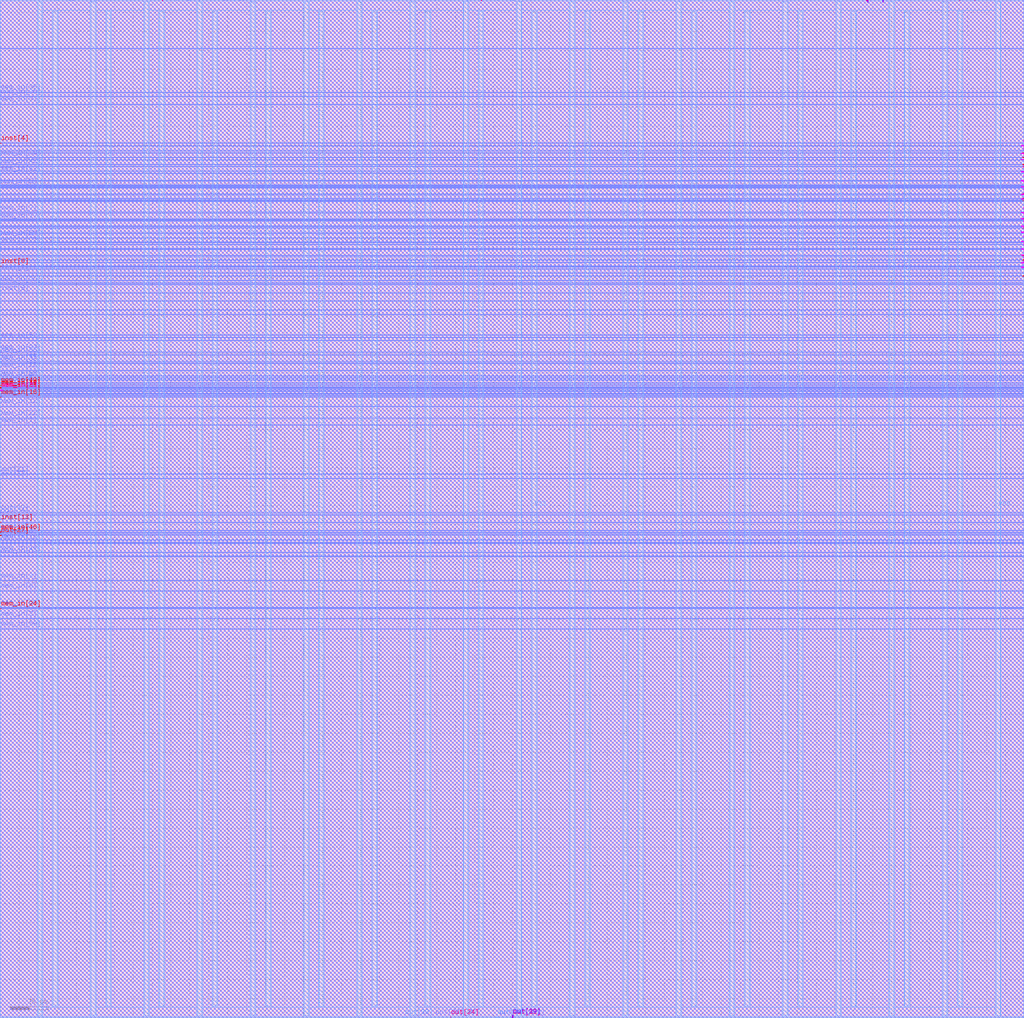
<source format=lef>
##
## LEF for PtnCells ;
## created by Innovus v15.23-s045_1 on Sat Mar  8 23:58:31 2025
##

VERSION 5.8 ;

BUSBITCHARS "[]" ;
DIVIDERCHAR "/" ;

MACRO fullchip
  CLASS BLOCK ;
  SIZE 539.6000 BY 536.6000 ;
  FOREIGN fullchip 0.0000 0.0000 ;
  ORIGIN 0 0 ;
  SYMMETRY X Y R90 ;
  PIN clk
    DIRECTION INPUT ;
    USE SIGNAL ;
    PORT
      LAYER M2 ;
        RECT 281.8500 536.0800 281.9500 536.6000 ;
    END
  END clk
  PIN mem_in[63]
    DIRECTION INPUT ;
    USE SIGNAL ;
    PORT
      LAYER M3 ;
        RECT 0.0000 407.5500 0.5200 407.6500 ;
    END
  END mem_in[63]
  PIN mem_in[62]
    DIRECTION INPUT ;
    USE SIGNAL ;
    PORT
      LAYER M3 ;
        RECT 0.0000 444.9500 0.5200 445.0500 ;
    END
  END mem_in[62]
  PIN mem_in[61]
    DIRECTION INPUT ;
    USE SIGNAL ;
    PORT
      LAYER M2 ;
        RECT 126.4500 536.0800 126.5500 536.6000 ;
    END
  END mem_in[61]
  PIN mem_in[60]
    DIRECTION INPUT ;
    USE SIGNAL ;
    PORT
      LAYER M3 ;
        RECT 0.0000 337.1500 0.5200 337.2500 ;
    END
  END mem_in[60]
  PIN mem_in[59]
    DIRECTION INPUT ;
    USE SIGNAL ;
    PORT
      LAYER M2 ;
        RECT 85.4500 536.0800 85.5500 536.6000 ;
    END
  END mem_in[59]
  PIN mem_in[58]
    DIRECTION INPUT ;
    USE SIGNAL ;
    PORT
      LAYER M3 ;
        RECT 0.0000 204.9500 0.5200 205.0500 ;
    END
  END mem_in[58]
  PIN mem_in[57]
    DIRECTION INPUT ;
    USE SIGNAL ;
    PORT
      LAYER M2 ;
        RECT 117.8500 536.0800 117.9500 536.6000 ;
    END
  END mem_in[57]
  PIN mem_in[56]
    DIRECTION INPUT ;
    USE SIGNAL ;
    PORT
      LAYER M3 ;
        RECT 0.0000 349.3500 0.5200 349.4500 ;
    END
  END mem_in[56]
  PIN mem_in[55]
    DIRECTION INPUT ;
    USE SIGNAL ;
    PORT
      LAYER M3 ;
        RECT 0.0000 345.7500 0.5200 345.8500 ;
    END
  END mem_in[55]
  PIN mem_in[54]
    DIRECTION INPUT ;
    USE SIGNAL ;
    PORT
      LAYER M3 ;
        RECT 0.0000 243.3500 0.5200 243.4500 ;
    END
  END mem_in[54]
  PIN mem_in[53]
    DIRECTION INPUT ;
    USE SIGNAL ;
    PORT
      LAYER M3 ;
        RECT 0.0000 216.1500 0.5200 216.2500 ;
    END
  END mem_in[53]
  PIN mem_in[52]
    DIRECTION INPUT ;
    USE SIGNAL ;
    PORT
      LAYER M3 ;
        RECT 0.0000 356.9500 0.5200 357.0500 ;
    END
  END mem_in[52]
  PIN mem_in[51]
    DIRECTION INPUT ;
    USE SIGNAL ;
    PORT
      LAYER M3 ;
        RECT 0.0000 333.5500 0.5200 333.6500 ;
    END
  END mem_in[51]
  PIN mem_in[50]
    DIRECTION INPUT ;
    USE SIGNAL ;
    PORT
      LAYER M3 ;
        RECT 0.0000 410.9500 0.5200 411.0500 ;
    END
  END mem_in[50]
  PIN mem_in[49]
    DIRECTION INPUT ;
    USE SIGNAL ;
    PORT
      LAYER M3 ;
        RECT 0.0000 336.1500 0.5200 336.2500 ;
    END
  END mem_in[49]
  PIN mem_in[48]
    DIRECTION INPUT ;
    USE SIGNAL ;
    PORT
      LAYER M5 ;
        RECT 0.0000 333.3500 0.5200 333.4500 ;
    END
  END mem_in[48]
  PIN mem_in[47]
    DIRECTION INPUT ;
    USE SIGNAL ;
    PORT
      LAYER M3 ;
        RECT 0.0000 332.3500 0.5200 332.4500 ;
    END
  END mem_in[47]
  PIN mem_in[46]
    DIRECTION INPUT ;
    USE SIGNAL ;
    PORT
      LAYER M5 ;
        RECT 0.0000 255.9500 0.5200 256.0500 ;
    END
  END mem_in[46]
  PIN mem_in[45]
    DIRECTION INPUT ;
    USE SIGNAL ;
    PORT
      LAYER M2 ;
        RECT 92.8500 536.0800 92.9500 536.6000 ;
    END
  END mem_in[45]
  PIN mem_in[44]
    DIRECTION INPUT ;
    USE SIGNAL ;
    PORT
      LAYER M3 ;
        RECT 0.0000 331.9500 0.5200 332.0500 ;
    END
  END mem_in[44]
  PIN mem_in[43]
    DIRECTION INPUT ;
    USE SIGNAL ;
    PORT
      LAYER M3 ;
        RECT 0.0000 448.7500 0.5200 448.8500 ;
    END
  END mem_in[43]
  PIN mem_in[42]
    DIRECTION INPUT ;
    USE SIGNAL ;
    PORT
      LAYER M2 ;
        RECT 50.6500 536.0800 50.7500 536.6000 ;
    END
  END mem_in[42]
  PIN mem_in[41]
    DIRECTION INPUT ;
    USE SIGNAL ;
    PORT
      LAYER M2 ;
        RECT 100.0500 536.0800 100.1500 536.6000 ;
    END
  END mem_in[41]
  PIN mem_in[40]
    DIRECTION INPUT ;
    USE SIGNAL ;
    PORT
      LAYER M4 ;
        RECT 85.2500 536.0800 85.3500 536.6000 ;
    END
  END mem_in[40]
  PIN mem_in[39]
    DIRECTION INPUT ;
    USE SIGNAL ;
    PORT
      LAYER M2 ;
        RECT 49.6500 536.0800 49.7500 536.6000 ;
    END
  END mem_in[39]
  PIN mem_in[38]
    DIRECTION INPUT ;
    USE SIGNAL ;
    PORT
      LAYER M2 ;
        RECT 36.4500 536.0800 36.5500 536.6000 ;
    END
  END mem_in[38]
  PIN mem_in[37]
    DIRECTION INPUT ;
    USE SIGNAL ;
    PORT
      LAYER M2 ;
        RECT 38.2500 536.0800 38.3500 536.6000 ;
    END
  END mem_in[37]
  PIN mem_in[36]
    DIRECTION INPUT ;
    USE SIGNAL ;
    PORT
      LAYER M3 ;
        RECT 0.0000 485.5500 0.5200 485.6500 ;
    END
  END mem_in[36]
  PIN mem_in[35]
    DIRECTION INPUT ;
    USE SIGNAL ;
    PORT
      LAYER M3 ;
        RECT 0.0000 487.7500 0.5200 487.8500 ;
    END
  END mem_in[35]
  PIN mem_in[34]
    DIRECTION INPUT ;
    USE SIGNAL ;
    PORT
      LAYER M2 ;
        RECT 118.2500 536.0800 118.3500 536.6000 ;
    END
  END mem_in[34]
  PIN mem_in[33]
    DIRECTION INPUT ;
    USE SIGNAL ;
    PORT
      LAYER M2 ;
        RECT 123.4500 536.0800 123.5500 536.6000 ;
    END
  END mem_in[33]
  PIN mem_in[32]
    DIRECTION INPUT ;
    USE SIGNAL ;
    PORT
      LAYER M3 ;
        RECT 0.0000 344.7500 0.5200 344.8500 ;
    END
  END mem_in[32]
  PIN mem_in[31]
    DIRECTION INPUT ;
    USE SIGNAL ;
    PORT
      LAYER M3 ;
        RECT 0.0000 481.3500 0.5200 481.4500 ;
    END
  END mem_in[31]
  PIN mem_in[30]
    DIRECTION INPUT ;
    USE SIGNAL ;
    PORT
      LAYER M3 ;
        RECT 0.0000 453.3500 0.5200 453.4500 ;
    END
  END mem_in[30]
  PIN mem_in[29]
    DIRECTION INPUT ;
    USE SIGNAL ;
    PORT
      LAYER M2 ;
        RECT 128.4500 536.0800 128.5500 536.6000 ;
    END
  END mem_in[29]
  PIN mem_in[28]
    DIRECTION INPUT ;
    USE SIGNAL ;
    PORT
      LAYER M3 ;
        RECT 0.0000 341.1500 0.5200 341.2500 ;
    END
  END mem_in[28]
  PIN mem_in[27]
    DIRECTION INPUT ;
    USE SIGNAL ;
    PORT
      LAYER M3 ;
        RECT 0.0000 350.7500 0.5200 350.8500 ;
    END
  END mem_in[27]
  PIN mem_in[26]
    DIRECTION INPUT ;
    USE SIGNAL ;
    PORT
      LAYER M3 ;
        RECT 0.0000 254.3500 0.5200 254.4500 ;
    END
  END mem_in[26]
  PIN mem_in[25]
    DIRECTION INPUT ;
    USE SIGNAL ;
    PORT
      LAYER M3 ;
        RECT 0.0000 215.7500 0.5200 215.8500 ;
    END
  END mem_in[25]
  PIN mem_in[24]
    DIRECTION INPUT ;
    USE SIGNAL ;
    PORT
      LAYER M5 ;
        RECT 0.0000 215.5500 0.5200 215.6500 ;
    END
  END mem_in[24]
  PIN mem_in[23]
    DIRECTION INPUT ;
    USE SIGNAL ;
    PORT
      LAYER M6 ;
        RECT 85.4500 536.0800 85.5500 536.6000 ;
    END
  END mem_in[23]
  PIN mem_in[22]
    DIRECTION INPUT ;
    USE SIGNAL ;
    PORT
      LAYER M3 ;
        RECT 0.0000 315.9500 0.5200 316.0500 ;
    END
  END mem_in[22]
  PIN mem_in[21]
    DIRECTION INPUT ;
    USE SIGNAL ;
    PORT
      LAYER M5 ;
        RECT 0.0000 330.9500 0.5200 331.0500 ;
    END
  END mem_in[21]
  PIN mem_in[20]
    DIRECTION INPUT ;
    USE SIGNAL ;
    PORT
      LAYER M3 ;
        RECT 0.0000 386.5500 0.5200 386.6500 ;
    END
  END mem_in[20]
  PIN mem_in[19]
    DIRECTION INPUT ;
    USE SIGNAL ;
    PORT
      LAYER M5 ;
        RECT 0.0000 331.7500 0.5200 331.8500 ;
    END
  END mem_in[19]
  PIN mem_in[18]
    DIRECTION INPUT ;
    USE SIGNAL ;
    PORT
      LAYER M3 ;
        RECT 0.0000 250.5500 0.5200 250.6500 ;
    END
  END mem_in[18]
  PIN mem_in[17]
    DIRECTION INPUT ;
    USE SIGNAL ;
    PORT
      LAYER M3 ;
        RECT 0.0000 419.9500 0.5200 420.0500 ;
    END
  END mem_in[17]
  PIN mem_in[16]
    DIRECTION INPUT ;
    USE SIGNAL ;
    PORT
      LAYER M5 ;
        RECT 0.0000 326.9500 0.5200 327.0500 ;
    END
  END mem_in[16]
  PIN mem_in[15]
    DIRECTION INPUT ;
    USE SIGNAL ;
    PORT
      LAYER M3 ;
        RECT 0.0000 328.9500 0.5200 329.0500 ;
    END
  END mem_in[15]
  PIN mem_in[14]
    DIRECTION INPUT ;
    USE SIGNAL ;
    PORT
      LAYER M3 ;
        RECT 0.0000 245.1500 0.5200 245.2500 ;
    END
  END mem_in[14]
  PIN mem_in[13]
    DIRECTION INPUT ;
    USE SIGNAL ;
    PORT
      LAYER M5 ;
        RECT 0.0000 332.1500 0.5200 332.2500 ;
    END
  END mem_in[13]
  PIN mem_in[12]
    DIRECTION INPUT ;
    USE SIGNAL ;
    PORT
      LAYER M3 ;
        RECT 0.0000 322.1500 0.5200 322.2500 ;
    END
  END mem_in[12]
  PIN mem_in[11]
    DIRECTION INPUT ;
    USE SIGNAL ;
    PORT
      LAYER M3 ;
        RECT 0.0000 327.5500 0.5200 327.6500 ;
    END
  END mem_in[11]
  PIN mem_in[10]
    DIRECTION INPUT ;
    USE SIGNAL ;
    PORT
      LAYER M2 ;
        RECT 119.8500 536.0800 119.9500 536.6000 ;
    END
  END mem_in[10]
  PIN mem_in[9]
    DIRECTION INPUT ;
    USE SIGNAL ;
    PORT
      LAYER M2 ;
        RECT 99.0500 536.0800 99.1500 536.6000 ;
    END
  END mem_in[9]
  PIN mem_in[8]
    DIRECTION INPUT ;
    USE SIGNAL ;
    PORT
      LAYER M2 ;
        RECT 105.2500 536.0800 105.3500 536.6000 ;
    END
  END mem_in[8]
  PIN mem_in[7]
    DIRECTION INPUT ;
    USE SIGNAL ;
    PORT
      LAYER M3 ;
        RECT 0.0000 424.1500 0.5200 424.2500 ;
    END
  END mem_in[7]
  PIN mem_in[6]
    DIRECTION INPUT ;
    USE SIGNAL ;
    PORT
      LAYER M3 ;
        RECT 0.0000 438.3500 0.5200 438.4500 ;
    END
  END mem_in[6]
  PIN mem_in[5]
    DIRECTION INPUT ;
    USE SIGNAL ;
    PORT
      LAYER M7 ;
        RECT 0.0000 330.6000 1.4150 331.0000 ;
    END
  END mem_in[5]
  PIN mem_in[4]
    DIRECTION INPUT ;
    USE SIGNAL ;
    PORT
      LAYER M3 ;
        RECT 0.0000 331.5500 0.5200 331.6500 ;
    END
  END mem_in[4]
  PIN mem_in[3]
    DIRECTION INPUT ;
    USE SIGNAL ;
    PORT
      LAYER M3 ;
        RECT 0.0000 230.3500 0.5200 230.4500 ;
    END
  END mem_in[3]
  PIN mem_in[2]
    DIRECTION INPUT ;
    USE SIGNAL ;
    PORT
      LAYER M3 ;
        RECT 0.0000 210.3500 0.5200 210.4500 ;
    END
  END mem_in[2]
  PIN mem_in[1]
    DIRECTION INPUT ;
    USE SIGNAL ;
    PORT
      LAYER M3 ;
        RECT 0.0000 312.3500 0.5200 312.4500 ;
    END
  END mem_in[1]
  PIN mem_in[0]
    DIRECTION INPUT ;
    USE SIGNAL ;
    PORT
      LAYER M3 ;
        RECT 0.0000 224.9500 0.5200 225.0500 ;
    END
  END mem_in[0]
  PIN inst[16]
    DIRECTION INPUT ;
    USE SIGNAL ;
    PORT
      LAYER M3 ;
        RECT 539.0800 243.1500 539.6000 243.2500 ;
    END
  END inst[16]
  PIN inst[15]
    DIRECTION INPUT ;
    USE SIGNAL ;
    PORT
      LAYER M3 ;
        RECT 0.0000 256.7500 0.5200 256.8500 ;
    END
  END inst[15]
  PIN inst[14]
    DIRECTION INPUT ;
    USE SIGNAL ;
    PORT
      LAYER M3 ;
        RECT 0.0000 260.9500 0.5200 261.0500 ;
    END
  END inst[14]
  PIN inst[13]
    DIRECTION INPUT ;
    USE SIGNAL ;
    PORT
      LAYER M5 ;
        RECT 0.0000 261.1500 0.5200 261.2500 ;
    END
  END inst[13]
  PIN inst[12]
    DIRECTION INPUT ;
    USE SIGNAL ;
    PORT
      LAYER M3 ;
        RECT 0.0000 255.7500 0.5200 255.8500 ;
    END
  END inst[12]
  PIN inst[11]
    DIRECTION INPUT ;
    USE SIGNAL ;
    PORT
      LAYER M3 ;
        RECT 0.0000 330.7500 0.5200 330.8500 ;
    END
  END inst[11]
  PIN inst[10]
    DIRECTION INPUT ;
    USE SIGNAL ;
    PORT
      LAYER M3 ;
        RECT 0.0000 329.9500 0.5200 330.0500 ;
    END
  END inst[10]
  PIN inst[9]
    DIRECTION INPUT ;
    USE SIGNAL ;
    PORT
      LAYER M3 ;
        RECT 0.0000 328.3500 0.5200 328.4500 ;
    END
  END inst[9]
  PIN inst[8]
    DIRECTION INPUT ;
    USE SIGNAL ;
    PORT
      LAYER M3 ;
        RECT 0.0000 327.1500 0.5200 327.2500 ;
    END
  END inst[8]
  PIN inst[7]
    DIRECTION INPUT ;
    USE SIGNAL ;
    PORT
      LAYER M3 ;
        RECT 0.0000 392.5500 0.5200 392.6500 ;
    END
  END inst[7]
  PIN inst[6]
    DIRECTION INPUT ;
    USE SIGNAL ;
    PORT
      LAYER M3 ;
        RECT 0.0000 381.9500 0.5200 382.0500 ;
    END
  END inst[6]
  PIN inst[5]
    DIRECTION INPUT ;
    USE SIGNAL ;
    PORT
      LAYER M3 ;
        RECT 0.0000 460.9500 0.5200 461.0500 ;
    END
  END inst[5]
  PIN inst[4]
    DIRECTION INPUT ;
    USE SIGNAL ;
    PORT
      LAYER M5 ;
        RECT 0.0000 460.9500 0.5200 461.0500 ;
    END
  END inst[4]
  PIN inst[3]
    DIRECTION INPUT ;
    USE SIGNAL ;
    PORT
      LAYER M2 ;
        RECT 29.6500 536.0800 29.7500 536.6000 ;
    END
  END inst[3]
  PIN inst[2]
    DIRECTION INPUT ;
    USE SIGNAL ;
    PORT
      LAYER M2 ;
        RECT 30.4500 536.0800 30.5500 536.6000 ;
    END
  END inst[2]
  PIN inst[1]
    DIRECTION INPUT ;
    USE SIGNAL ;
    PORT
      LAYER M3 ;
        RECT 0.0000 396.1500 0.5200 396.2500 ;
    END
  END inst[1]
  PIN inst[0]
    DIRECTION INPUT ;
    USE SIGNAL ;
    PORT
      LAYER M5 ;
        RECT 0.0000 396.1500 0.5200 396.2500 ;
    END
  END inst[0]
  PIN reset
    DIRECTION INPUT ;
    USE SIGNAL ;
    PORT
      LAYER M3 ;
        RECT 539.0800 249.9500 539.6000 250.0500 ;
    END
  END reset
  PIN out[159]
    DIRECTION OUTPUT ;
    USE SIGNAL ;
    PORT
      LAYER M3 ;
        RECT 539.0800 413.7500 539.6000 413.8500 ;
    END
  END out[159]
  PIN out[158]
    DIRECTION OUTPUT ;
    USE SIGNAL ;
    PORT
      LAYER M3 ;
        RECT 539.0800 408.9500 539.6000 409.0500 ;
    END
  END out[158]
  PIN out[157]
    DIRECTION OUTPUT ;
    USE SIGNAL ;
    PORT
      LAYER M3 ;
        RECT 539.0800 405.3500 539.6000 405.4500 ;
    END
  END out[157]
  PIN out[156]
    DIRECTION OUTPUT ;
    USE SIGNAL ;
    PORT
      LAYER M3 ;
        RECT 539.0800 401.7500 539.6000 401.8500 ;
    END
  END out[156]
  PIN out[155]
    DIRECTION OUTPUT ;
    USE SIGNAL ;
    PORT
      LAYER M3 ;
        RECT 539.0800 399.3500 539.6000 399.4500 ;
    END
  END out[155]
  PIN out[154]
    DIRECTION OUTPUT ;
    USE SIGNAL ;
    PORT
      LAYER M3 ;
        RECT 539.0800 395.7500 539.6000 395.8500 ;
    END
  END out[154]
  PIN out[153]
    DIRECTION OUTPUT ;
    USE SIGNAL ;
    PORT
      LAYER M5 ;
        RECT 539.0800 408.9500 539.6000 409.0500 ;
    END
  END out[153]
  PIN out[152]
    DIRECTION OUTPUT ;
    USE SIGNAL ;
    PORT
      LAYER M5 ;
        RECT 539.0800 405.3500 539.6000 405.4500 ;
    END
  END out[152]
  PIN out[151]
    DIRECTION OUTPUT ;
    USE SIGNAL ;
    PORT
      LAYER M5 ;
        RECT 539.0800 401.7500 539.6000 401.8500 ;
    END
  END out[151]
  PIN out[150]
    DIRECTION OUTPUT ;
    USE SIGNAL ;
    PORT
      LAYER M3 ;
        RECT 539.0800 398.1500 539.6000 398.2500 ;
    END
  END out[150]
  PIN out[149]
    DIRECTION OUTPUT ;
    USE SIGNAL ;
    PORT
      LAYER M3 ;
        RECT 539.0800 390.9500 539.6000 391.0500 ;
    END
  END out[149]
  PIN out[148]
    DIRECTION OUTPUT ;
    USE SIGNAL ;
    PORT
      LAYER M3 ;
        RECT 539.0800 358.5500 539.6000 358.6500 ;
    END
  END out[148]
  PIN out[147]
    DIRECTION OUTPUT ;
    USE SIGNAL ;
    PORT
      LAYER M3 ;
        RECT 539.0800 459.3500 539.6000 459.4500 ;
    END
  END out[147]
  PIN out[146]
    DIRECTION OUTPUT ;
    USE SIGNAL ;
    PORT
      LAYER M3 ;
        RECT 539.0800 424.5500 539.6000 424.6500 ;
    END
  END out[146]
  PIN out[145]
    DIRECTION OUTPUT ;
    USE SIGNAL ;
    PORT
      LAYER M3 ;
        RECT 539.0800 420.9500 539.6000 421.0500 ;
    END
  END out[145]
  PIN out[144]
    DIRECTION OUTPUT ;
    USE SIGNAL ;
    PORT
      LAYER M3 ;
        RECT 539.0800 417.3500 539.6000 417.4500 ;
    END
  END out[144]
  PIN out[143]
    DIRECTION OUTPUT ;
    USE SIGNAL ;
    PORT
      LAYER M2 ;
        RECT 245.6500 536.0800 245.7500 536.6000 ;
    END
  END out[143]
  PIN out[142]
    DIRECTION OUTPUT ;
    USE SIGNAL ;
    PORT
      LAYER M5 ;
        RECT 539.0800 413.7500 539.6000 413.8500 ;
    END
  END out[142]
  PIN out[141]
    DIRECTION OUTPUT ;
    USE SIGNAL ;
    PORT
      LAYER M5 ;
        RECT 539.0800 424.5500 539.6000 424.6500 ;
    END
  END out[141]
  PIN out[140]
    DIRECTION OUTPUT ;
    USE SIGNAL ;
    PORT
      LAYER M3 ;
        RECT 539.0800 455.7500 539.6000 455.8500 ;
    END
  END out[140]
  PIN out[139]
    DIRECTION OUTPUT ;
    USE SIGNAL ;
    PORT
      LAYER M5 ;
        RECT 539.0800 417.3500 539.6000 417.4500 ;
    END
  END out[139]
  PIN out[138]
    DIRECTION OUTPUT ;
    USE SIGNAL ;
    PORT
      LAYER M2 ;
        RECT 270.0500 0.0000 270.1500 0.5200 ;
    END
  END out[138]
  PIN out[137]
    DIRECTION OUTPUT ;
    USE SIGNAL ;
    PORT
      LAYER M3 ;
        RECT 539.0800 416.1500 539.6000 416.2500 ;
    END
  END out[137]
  PIN out[136]
    DIRECTION OUTPUT ;
    USE SIGNAL ;
    PORT
      LAYER M7 ;
        RECT 538.1850 413.8000 539.6000 414.2000 ;
    END
  END out[136]
  PIN out[135]
    DIRECTION OUTPUT ;
    USE SIGNAL ;
    PORT
      LAYER M7 ;
        RECT 538.1850 409.0000 539.6000 409.4000 ;
    END
  END out[135]
  PIN out[134]
    DIRECTION OUTPUT ;
    USE SIGNAL ;
    PORT
      LAYER M5 ;
        RECT 539.0800 395.7500 539.6000 395.8500 ;
    END
  END out[134]
  PIN out[133]
    DIRECTION OUTPUT ;
    USE SIGNAL ;
    PORT
      LAYER M3 ;
        RECT 539.0800 359.7500 539.6000 359.8500 ;
    END
  END out[133]
  PIN out[132]
    DIRECTION OUTPUT ;
    USE SIGNAL ;
    PORT
      LAYER M7 ;
        RECT 538.1850 405.0000 539.6000 405.4000 ;
    END
  END out[132]
  PIN out[131]
    DIRECTION OUTPUT ;
    USE SIGNAL ;
    PORT
      LAYER M3 ;
        RECT 539.0800 446.1500 539.6000 446.2500 ;
    END
  END out[131]
  PIN out[130]
    DIRECTION OUTPUT ;
    USE SIGNAL ;
    PORT
      LAYER M7 ;
        RECT 538.1850 401.8000 539.6000 402.2000 ;
    END
  END out[130]
  PIN out[129]
    DIRECTION OUTPUT ;
    USE SIGNAL ;
    PORT
      LAYER M3 ;
        RECT 539.0800 394.5500 539.6000 394.6500 ;
    END
  END out[129]
  PIN out[128]
    DIRECTION OUTPUT ;
    USE SIGNAL ;
    PORT
      LAYER M5 ;
        RECT 539.0800 399.3500 539.6000 399.4500 ;
    END
  END out[128]
  PIN out[127]
    DIRECTION OUTPUT ;
    USE SIGNAL ;
    PORT
      LAYER M3 ;
        RECT 539.0800 431.7500 539.6000 431.8500 ;
    END
  END out[127]
  PIN out[126]
    DIRECTION OUTPUT ;
    USE SIGNAL ;
    PORT
      LAYER M5 ;
        RECT 539.0800 390.9500 539.6000 391.0500 ;
    END
  END out[126]
  PIN out[125]
    DIRECTION OUTPUT ;
    USE SIGNAL ;
    PORT
      LAYER M3 ;
        RECT 539.0800 408.5500 539.6000 408.6500 ;
    END
  END out[125]
  PIN out[124]
    DIRECTION OUTPUT ;
    USE SIGNAL ;
    PORT
      LAYER M3 ;
        RECT 539.0800 404.9500 539.6000 405.0500 ;
    END
  END out[124]
  PIN out[123]
    DIRECTION OUTPUT ;
    USE SIGNAL ;
    PORT
      LAYER M3 ;
        RECT 539.0800 401.3500 539.6000 401.4500 ;
    END
  END out[123]
  PIN out[122]
    DIRECTION OUTPUT ;
    USE SIGNAL ;
    PORT
      LAYER M5 ;
        RECT 539.0800 398.1500 539.6000 398.2500 ;
    END
  END out[122]
  PIN out[121]
    DIRECTION OUTPUT ;
    USE SIGNAL ;
    PORT
      LAYER M3 ;
        RECT 539.0800 387.3500 539.6000 387.4500 ;
    END
  END out[121]
  PIN out[120]
    DIRECTION OUTPUT ;
    USE SIGNAL ;
    PORT
      LAYER M7 ;
        RECT 538.1850 397.8000 539.6000 398.2000 ;
    END
  END out[120]
  PIN out[119]
    DIRECTION OUTPUT ;
    USE SIGNAL ;
    PORT
      LAYER M5 ;
        RECT 539.0800 446.1500 539.6000 446.2500 ;
    END
  END out[119]
  PIN out[118]
    DIRECTION OUTPUT ;
    USE SIGNAL ;
    PORT
      LAYER M3 ;
        RECT 539.0800 334.5500 539.6000 334.6500 ;
    END
  END out[118]
  PIN out[117]
    DIRECTION OUTPUT ;
    USE SIGNAL ;
    PORT
      LAYER M3 ;
        RECT 539.0800 441.3500 539.6000 441.4500 ;
    END
  END out[117]
  PIN out[116]
    DIRECTION OUTPUT ;
    USE SIGNAL ;
    PORT
      LAYER M3 ;
        RECT 539.0800 437.7500 539.6000 437.8500 ;
    END
  END out[116]
  PIN out[115]
    DIRECTION OUTPUT ;
    USE SIGNAL ;
    PORT
      LAYER M3 ;
        RECT 539.0800 438.9500 539.6000 439.0500 ;
    END
  END out[115]
  PIN out[114]
    DIRECTION OUTPUT ;
    USE SIGNAL ;
    PORT
      LAYER M3 ;
        RECT 539.0800 430.5500 539.6000 430.6500 ;
    END
  END out[114]
  PIN out[113]
    DIRECTION OUTPUT ;
    USE SIGNAL ;
    PORT
      LAYER M5 ;
        RECT 539.0800 437.7500 539.6000 437.8500 ;
    END
  END out[113]
  PIN out[112]
    DIRECTION OUTPUT ;
    USE SIGNAL ;
    PORT
      LAYER M3 ;
        RECT 539.0800 434.1500 539.6000 434.2500 ;
    END
  END out[112]
  PIN out[111]
    DIRECTION OUTPUT ;
    USE SIGNAL ;
    PORT
      LAYER M5 ;
        RECT 539.0800 434.1500 539.6000 434.2500 ;
    END
  END out[111]
  PIN out[110]
    DIRECTION OUTPUT ;
    USE SIGNAL ;
    PORT
      LAYER M5 ;
        RECT 539.0800 441.3500 539.6000 441.4500 ;
    END
  END out[110]
  PIN out[109]
    DIRECTION OUTPUT ;
    USE SIGNAL ;
    PORT
      LAYER M5 ;
        RECT 539.0800 431.7500 539.6000 431.8500 ;
    END
  END out[109]
  PIN out[108]
    DIRECTION OUTPUT ;
    USE SIGNAL ;
    PORT
      LAYER M3 ;
        RECT 539.0800 377.7500 539.6000 377.8500 ;
    END
  END out[108]
  PIN out[107]
    DIRECTION OUTPUT ;
    USE SIGNAL ;
    PORT
      LAYER M7 ;
        RECT 538.1850 433.8000 539.6000 434.2000 ;
    END
  END out[107]
  PIN out[106]
    DIRECTION OUTPUT ;
    USE SIGNAL ;
    PORT
      LAYER M7 ;
        RECT 538.1850 437.8000 539.6000 438.2000 ;
    END
  END out[106]
  PIN out[105]
    DIRECTION OUTPUT ;
    USE SIGNAL ;
    PORT
      LAYER M5 ;
        RECT 539.0800 430.5500 539.6000 430.6500 ;
    END
  END out[105]
  PIN out[104]
    DIRECTION OUTPUT ;
    USE SIGNAL ;
    PORT
      LAYER M7 ;
        RECT 538.1850 431.4000 539.6000 431.8000 ;
    END
  END out[104]
  PIN out[103]
    DIRECTION OUTPUT ;
    USE SIGNAL ;
    PORT
      LAYER M3 ;
        RECT 539.0800 388.5500 539.6000 388.6500 ;
    END
  END out[103]
  PIN out[102]
    DIRECTION OUTPUT ;
    USE SIGNAL ;
    PORT
      LAYER M3 ;
        RECT 539.0800 430.1500 539.6000 430.2500 ;
    END
  END out[102]
  PIN out[101]
    DIRECTION OUTPUT ;
    USE SIGNAL ;
    PORT
      LAYER M3 ;
        RECT 539.0800 430.9500 539.6000 431.0500 ;
    END
  END out[101]
  PIN out[100]
    DIRECTION OUTPUT ;
    USE SIGNAL ;
    PORT
      LAYER M3 ;
        RECT 539.0800 452.1500 539.6000 452.2500 ;
    END
  END out[100]
  PIN out[99]
    DIRECTION OUTPUT ;
    USE SIGNAL ;
    PORT
      LAYER M7 ;
        RECT 538.1850 441.0000 539.6000 441.4000 ;
    END
  END out[99]
  PIN out[98]
    DIRECTION OUTPUT ;
    USE SIGNAL ;
    PORT
      LAYER M3 ;
        RECT 539.0800 456.9500 539.6000 457.0500 ;
    END
  END out[98]
  PIN out[97]
    DIRECTION OUTPUT ;
    USE SIGNAL ;
    PORT
      LAYER M3 ;
        RECT 539.0800 372.9500 539.6000 373.0500 ;
    END
  END out[97]
  PIN out[96]
    DIRECTION OUTPUT ;
    USE SIGNAL ;
    PORT
      LAYER M2 ;
        RECT 505.6500 536.0800 505.7500 536.6000 ;
    END
  END out[96]
  PIN out[95]
    DIRECTION OUTPUT ;
    USE SIGNAL ;
    PORT
      LAYER M5 ;
        RECT 539.0800 455.7500 539.6000 455.8500 ;
    END
  END out[95]
  PIN out[94]
    DIRECTION OUTPUT ;
    USE SIGNAL ;
    PORT
      LAYER M3 ;
        RECT 539.0800 453.3500 539.6000 453.4500 ;
    END
  END out[94]
  PIN out[93]
    DIRECTION OUTPUT ;
    USE SIGNAL ;
    PORT
      LAYER M3 ;
        RECT 539.0800 440.9500 539.6000 441.0500 ;
    END
  END out[93]
  PIN out[92]
    DIRECTION OUTPUT ;
    USE SIGNAL ;
    PORT
      LAYER M5 ;
        RECT 539.0800 453.3500 539.6000 453.4500 ;
    END
  END out[92]
  PIN out[91]
    DIRECTION OUTPUT ;
    USE SIGNAL ;
    PORT
      LAYER M5 ;
        RECT 539.0800 452.1500 539.6000 452.2500 ;
    END
  END out[91]
  PIN out[90]
    DIRECTION OUTPUT ;
    USE SIGNAL ;
    PORT
      LAYER M3 ;
        RECT 539.0800 449.7500 539.6000 449.8500 ;
    END
  END out[90]
  PIN out[89]
    DIRECTION OUTPUT ;
    USE SIGNAL ;
    PORT
      LAYER M4 ;
        RECT 505.6500 536.0800 505.7500 536.6000 ;
    END
  END out[89]
  PIN out[88]
    DIRECTION OUTPUT ;
    USE SIGNAL ;
    PORT
      LAYER M7 ;
        RECT 538.1850 424.2000 539.6000 424.6000 ;
    END
  END out[88]
  PIN out[87]
    DIRECTION OUTPUT ;
    USE SIGNAL ;
    PORT
      LAYER M5 ;
        RECT 539.0800 420.9500 539.6000 421.0500 ;
    END
  END out[87]
  PIN out[86]
    DIRECTION OUTPUT ;
    USE SIGNAL ;
    PORT
      LAYER M7 ;
        RECT 538.1850 417.0000 539.6000 417.4000 ;
    END
  END out[86]
  PIN out[85]
    DIRECTION OUTPUT ;
    USE SIGNAL ;
    PORT
      LAYER M3 ;
        RECT 539.0800 370.5500 539.6000 370.6500 ;
    END
  END out[85]
  PIN out[84]
    DIRECTION OUTPUT ;
    USE SIGNAL ;
    PORT
      LAYER M3 ;
        RECT 539.0800 413.3500 539.6000 413.4500 ;
    END
  END out[84]
  PIN out[83]
    DIRECTION OUTPUT ;
    USE SIGNAL ;
    PORT
      LAYER M5 ;
        RECT 539.0800 449.7500 539.6000 449.8500 ;
    END
  END out[83]
  PIN out[82]
    DIRECTION OUTPUT ;
    USE SIGNAL ;
    PORT
      LAYER M3 ;
        RECT 539.0800 338.1500 539.6000 338.2500 ;
    END
  END out[82]
  PIN out[81]
    DIRECTION OUTPUT ;
    USE SIGNAL ;
    PORT
      LAYER M7 ;
        RECT 538.1850 452.2000 539.6000 452.6000 ;
    END
  END out[81]
  PIN out[80]
    DIRECTION OUTPUT ;
    USE SIGNAL ;
    PORT
      LAYER M3 ;
        RECT 539.0800 448.5500 539.6000 448.6500 ;
    END
  END out[80]
  PIN out[79]
    DIRECTION OUTPUT ;
    USE SIGNAL ;
    PORT
      LAYER M2 ;
        RECT 513.6500 536.0800 513.7500 536.6000 ;
    END
  END out[79]
  PIN out[78]
    DIRECTION OUTPUT ;
    USE SIGNAL ;
    PORT
      LAYER M5 ;
        RECT 539.0800 459.3500 539.6000 459.4500 ;
    END
  END out[78]
  PIN out[77]
    DIRECTION OUTPUT ;
    USE SIGNAL ;
    PORT
      LAYER M7 ;
        RECT 538.1850 445.8000 539.6000 446.2000 ;
    END
  END out[77]
  PIN out[76]
    DIRECTION OUTPUT ;
    USE SIGNAL ;
    PORT
      LAYER M2 ;
        RECT 473.2500 536.0800 473.3500 536.6000 ;
    END
  END out[76]
  PIN out[75]
    DIRECTION OUTPUT ;
    USE SIGNAL ;
    PORT
      LAYER M3 ;
        RECT 539.0800 437.3500 539.6000 437.4500 ;
    END
  END out[75]
  PIN out[74]
    DIRECTION OUTPUT ;
    USE SIGNAL ;
    PORT
      LAYER M3 ;
        RECT 539.0800 433.7500 539.6000 433.8500 ;
    END
  END out[74]
  PIN out[73]
    DIRECTION OUTPUT ;
    USE SIGNAL ;
    PORT
      LAYER M2 ;
        RECT 465.0500 536.0800 465.1500 536.6000 ;
    END
  END out[73]
  PIN out[72]
    DIRECTION OUTPUT ;
    USE SIGNAL ;
    PORT
      LAYER M2 ;
        RECT 456.8500 536.0800 456.9500 536.6000 ;
    END
  END out[72]
  PIN out[71]
    DIRECTION OUTPUT ;
    USE SIGNAL ;
    PORT
      LAYER M6 ;
        RECT 505.6500 536.0800 505.7500 536.6000 ;
    END
  END out[71]
  PIN out[70]
    DIRECTION OUTPUT ;
    USE SIGNAL ;
    PORT
      LAYER M3 ;
        RECT 539.0800 424.1500 539.6000 424.2500 ;
    END
  END out[70]
  PIN out[69]
    DIRECTION OUTPUT ;
    USE SIGNAL ;
    PORT
      LAYER M2 ;
        RECT 441.2500 536.0800 441.3500 536.6000 ;
    END
  END out[69]
  PIN out[68]
    DIRECTION OUTPUT ;
    USE SIGNAL ;
    PORT
      LAYER M7 ;
        RECT 538.1850 459.4000 539.6000 459.8000 ;
    END
  END out[68]
  PIN out[67]
    DIRECTION OUTPUT ;
    USE SIGNAL ;
    PORT
      LAYER M5 ;
        RECT 539.0800 448.5500 539.6000 448.6500 ;
    END
  END out[67]
  PIN out[66]
    DIRECTION OUTPUT ;
    USE SIGNAL ;
    PORT
      LAYER M4 ;
        RECT 456.8500 536.0800 456.9500 536.6000 ;
    END
  END out[66]
  PIN out[65]
    DIRECTION OUTPUT ;
    USE SIGNAL ;
    PORT
      LAYER M2 ;
        RECT 473.8500 536.0800 473.9500 536.6000 ;
    END
  END out[65]
  PIN out[64]
    DIRECTION OUTPUT ;
    USE SIGNAL ;
    PORT
      LAYER M6 ;
        RECT 456.8500 536.0800 456.9500 536.6000 ;
    END
  END out[64]
  PIN out[63]
    DIRECTION OUTPUT ;
    USE SIGNAL ;
    PORT
      LAYER M2 ;
        RECT 456.4500 536.0800 456.5500 536.6000 ;
    END
  END out[63]
  PIN out[62]
    DIRECTION OUTPUT ;
    USE SIGNAL ;
    PORT
      LAYER M4 ;
        RECT 513.6500 536.0800 513.7500 536.6000 ;
    END
  END out[62]
  PIN out[61]
    DIRECTION OUTPUT ;
    USE SIGNAL ;
    PORT
      LAYER M2 ;
        RECT 457.2500 536.0800 457.3500 536.6000 ;
    END
  END out[61]
  PIN out[60]
    DIRECTION OUTPUT ;
    USE SIGNAL ;
    PORT
      LAYER M6 ;
        RECT 513.6500 536.0800 513.7500 536.6000 ;
    END
  END out[60]
  PIN out[59]
    DIRECTION OUTPUT ;
    USE SIGNAL ;
    PORT
      LAYER M4 ;
        RECT 465.0500 536.0800 465.1500 536.6000 ;
    END
  END out[59]
  PIN out[58]
    DIRECTION OUTPUT ;
    USE SIGNAL ;
    PORT
      LAYER M4 ;
        RECT 456.4500 536.0800 456.5500 536.6000 ;
    END
  END out[58]
  PIN out[57]
    DIRECTION OUTPUT ;
    USE SIGNAL ;
    PORT
      LAYER M2 ;
        RECT 513.2500 536.0800 513.3500 536.6000 ;
    END
  END out[57]
  PIN out[56]
    DIRECTION OUTPUT ;
    USE SIGNAL ;
    PORT
      LAYER M4 ;
        RECT 457.2500 536.0800 457.3500 536.6000 ;
    END
  END out[56]
  PIN out[55]
    DIRECTION OUTPUT ;
    USE SIGNAL ;
    PORT
      LAYER M7 ;
        RECT 538.1850 455.4000 539.6000 455.8000 ;
    END
  END out[55]
  PIN out[54]
    DIRECTION OUTPUT ;
    USE SIGNAL ;
    PORT
      LAYER M6 ;
        RECT 465.0500 536.0800 465.1500 536.6000 ;
    END
  END out[54]
  PIN out[53]
    DIRECTION OUTPUT ;
    USE SIGNAL ;
    PORT
      LAYER M7 ;
        RECT 538.1850 421.0000 539.6000 421.4000 ;
    END
  END out[53]
  PIN out[52]
    DIRECTION OUTPUT ;
    USE SIGNAL ;
    PORT
      LAYER M2 ;
        RECT 505.2500 536.0800 505.3500 536.6000 ;
    END
  END out[52]
  PIN out[51]
    DIRECTION OUTPUT ;
    USE SIGNAL ;
    PORT
      LAYER M6 ;
        RECT 456.4500 536.0800 456.5500 536.6000 ;
    END
  END out[51]
  PIN out[50]
    DIRECTION OUTPUT ;
    USE SIGNAL ;
    PORT
      LAYER M8 ;
        RECT 465.1000 535.1850 465.5000 536.6000 ;
    END
  END out[50]
  PIN out[49]
    DIRECTION OUTPUT ;
    USE SIGNAL ;
    PORT
      LAYER M6 ;
        RECT 457.2500 536.0800 457.3500 536.6000 ;
    END
  END out[49]
  PIN out[48]
    DIRECTION OUTPUT ;
    USE SIGNAL ;
    PORT
      LAYER M2 ;
        RECT 464.6500 536.0800 464.7500 536.6000 ;
    END
  END out[48]
  PIN out[47]
    DIRECTION OUTPUT ;
    USE SIGNAL ;
    PORT
      LAYER M2 ;
        RECT 514.0500 536.0800 514.1500 536.6000 ;
    END
  END out[47]
  PIN out[46]
    DIRECTION OUTPUT ;
    USE SIGNAL ;
    PORT
      LAYER M2 ;
        RECT 465.4500 536.0800 465.5500 536.6000 ;
    END
  END out[46]
  PIN out[45]
    DIRECTION OUTPUT ;
    USE SIGNAL ;
    PORT
      LAYER M2 ;
        RECT 506.0500 536.0800 506.1500 536.6000 ;
    END
  END out[45]
  PIN out[44]
    DIRECTION OUTPUT ;
    USE SIGNAL ;
    PORT
      LAYER M4 ;
        RECT 464.6500 536.0800 464.7500 536.6000 ;
    END
  END out[44]
  PIN out[43]
    DIRECTION OUTPUT ;
    USE SIGNAL ;
    PORT
      LAYER M4 ;
        RECT 505.2500 536.0800 505.3500 536.6000 ;
    END
  END out[43]
  PIN out[42]
    DIRECTION OUTPUT ;
    USE SIGNAL ;
    PORT
      LAYER M4 ;
        RECT 506.0500 536.0800 506.1500 536.6000 ;
    END
  END out[42]
  PIN out[41]
    DIRECTION OUTPUT ;
    USE SIGNAL ;
    PORT
      LAYER M8 ;
        RECT 457.1000 535.1850 457.5000 536.6000 ;
    END
  END out[41]
  PIN out[40]
    DIRECTION OUTPUT ;
    USE SIGNAL ;
    PORT
      LAYER M3 ;
        RECT 539.0800 510.9500 539.6000 511.0500 ;
    END
  END out[40]
  PIN out[39]
    DIRECTION OUTPUT ;
    USE SIGNAL ;
    PORT
      LAYER M4 ;
        RECT 270.0500 0.0000 270.1500 0.5200 ;
    END
  END out[39]
  PIN out[38]
    DIRECTION OUTPUT ;
    USE SIGNAL ;
    PORT
      LAYER M2 ;
        RECT 213.2500 0.0000 213.3500 0.5200 ;
    END
  END out[38]
  PIN out[37]
    DIRECTION OUTPUT ;
    USE SIGNAL ;
    PORT
      LAYER M2 ;
        RECT 229.2500 0.0000 229.3500 0.5200 ;
    END
  END out[37]
  PIN out[36]
    DIRECTION OUTPUT ;
    USE SIGNAL ;
    PORT
      LAYER M2 ;
        RECT 262.8500 0.0000 262.9500 0.5200 ;
    END
  END out[36]
  PIN out[35]
    DIRECTION OUTPUT ;
    USE SIGNAL ;
    PORT
      LAYER M2 ;
        RECT 237.4500 0.0000 237.5500 0.5200 ;
    END
  END out[35]
  PIN out[34]
    DIRECTION OUTPUT ;
    USE SIGNAL ;
    PORT
      LAYER M3 ;
        RECT 0.0000 264.9500 0.5200 265.0500 ;
    END
  END out[34]
  PIN out[33]
    DIRECTION OUTPUT ;
    USE SIGNAL ;
    PORT
      LAYER M6 ;
        RECT 270.0500 0.0000 270.1500 0.5200 ;
    END
  END out[33]
  PIN out[32]
    DIRECTION OUTPUT ;
    USE SIGNAL ;
    PORT
      LAYER M3 ;
        RECT 0.0000 284.1500 0.5200 284.2500 ;
    END
  END out[32]
  PIN out[31]
    DIRECTION OUTPUT ;
    USE SIGNAL ;
    PORT
      LAYER M3 ;
        RECT 0.0000 255.3500 0.5200 255.4500 ;
    END
  END out[31]
  PIN out[30]
    DIRECTION OUTPUT ;
    USE SIGNAL ;
    PORT
      LAYER M4 ;
        RECT 213.2500 0.0000 213.3500 0.5200 ;
    END
  END out[30]
  PIN out[29]
    DIRECTION OUTPUT ;
    USE SIGNAL ;
    PORT
      LAYER M8 ;
        RECT 269.9000 0.0000 270.3000 1.4150 ;
    END
  END out[29]
  PIN out[28]
    DIRECTION OUTPUT ;
    USE SIGNAL ;
    PORT
      LAYER M2 ;
        RECT 269.6500 0.0000 269.7500 0.5200 ;
    END
  END out[28]
  PIN out[27]
    DIRECTION OUTPUT ;
    USE SIGNAL ;
    PORT
      LAYER M5 ;
        RECT 0.0000 254.1500 0.5200 254.2500 ;
    END
  END out[27]
  PIN out[26]
    DIRECTION OUTPUT ;
    USE SIGNAL ;
    PORT
      LAYER M4 ;
        RECT 237.4500 0.0000 237.5500 0.5200 ;
    END
  END out[26]
  PIN out[25]
    DIRECTION OUTPUT ;
    USE SIGNAL ;
    PORT
      LAYER M2 ;
        RECT 261.8500 0.0000 261.9500 0.5200 ;
    END
  END out[25]
  PIN out[24]
    DIRECTION OUTPUT ;
    USE SIGNAL ;
    PORT
      LAYER M6 ;
        RECT 237.4500 0.0000 237.5500 0.5200 ;
    END
  END out[24]
  PIN out[23]
    DIRECTION OUTPUT ;
    USE SIGNAL ;
    PORT
      LAYER M4 ;
        RECT 261.8500 0.0000 261.9500 0.5200 ;
    END
  END out[23]
  PIN out[22]
    DIRECTION OUTPUT ;
    USE SIGNAL ;
    PORT
      LAYER M3 ;
        RECT 0.0000 251.7500 0.5200 251.8500 ;
    END
  END out[22]
  PIN out[21]
    DIRECTION OUTPUT ;
    USE SIGNAL ;
    PORT
      LAYER M3 ;
        RECT 0.0000 286.5500 0.5200 286.6500 ;
    END
  END out[21]
  PIN out[20]
    DIRECTION OUTPUT ;
    USE SIGNAL ;
    PORT
      LAYER M2 ;
        RECT 237.8500 0.0000 237.9500 0.5200 ;
    END
  END out[20]
  PIN out[19]
    DIRECTION OUTPUT ;
    USE SIGNAL ;
    PORT
      LAYER M3 ;
        RECT 539.0800 416.9500 539.6000 417.0500 ;
    END
  END out[19]
  PIN out[18]
    DIRECTION OUTPUT ;
    USE SIGNAL ;
    PORT
      LAYER M2 ;
        RECT 253.6500 536.0800 253.7500 536.6000 ;
    END
  END out[18]
  PIN out[17]
    DIRECTION OUTPUT ;
    USE SIGNAL ;
    PORT
      LAYER M3 ;
        RECT 0.0000 266.1500 0.5200 266.2500 ;
    END
  END out[17]
  PIN out[16]
    DIRECTION OUTPUT ;
    USE SIGNAL ;
    PORT
      LAYER M4 ;
        RECT 253.6500 536.0800 253.7500 536.6000 ;
    END
  END out[16]
  PIN out[15]
    DIRECTION OUTPUT ;
    USE SIGNAL ;
    PORT
      LAYER M5 ;
        RECT 539.0800 416.1500 539.6000 416.2500 ;
    END
  END out[15]
  PIN out[14]
    DIRECTION OUTPUT ;
    USE SIGNAL ;
    PORT
      LAYER M4 ;
        RECT 245.6500 536.0800 245.7500 536.6000 ;
    END
  END out[14]
  PIN out[13]
    DIRECTION OUTPUT ;
    USE SIGNAL ;
    PORT
      LAYER M3 ;
        RECT 539.0800 420.5500 539.6000 420.6500 ;
    END
  END out[13]
  PIN out[12]
    DIRECTION OUTPUT ;
    USE SIGNAL ;
    PORT
      LAYER M6 ;
        RECT 253.6500 536.0800 253.7500 536.6000 ;
    END
  END out[12]
  PIN out[11]
    DIRECTION OUTPUT ;
    USE SIGNAL ;
    PORT
      LAYER M7 ;
        RECT 538.1850 395.4000 539.6000 395.8000 ;
    END
  END out[11]
  PIN out[10]
    DIRECTION OUTPUT ;
    USE SIGNAL ;
    PORT
      LAYER M2 ;
        RECT 262.0500 536.0800 262.1500 536.6000 ;
    END
  END out[10]
  PIN out[9]
    DIRECTION OUTPUT ;
    USE SIGNAL ;
    PORT
      LAYER M2 ;
        RECT 253.2500 536.0800 253.3500 536.6000 ;
    END
  END out[9]
  PIN out[8]
    DIRECTION OUTPUT ;
    USE SIGNAL ;
    PORT
      LAYER M2 ;
        RECT 246.2500 536.0800 246.3500 536.6000 ;
    END
  END out[8]
  PIN out[7]
    DIRECTION OUTPUT ;
    USE SIGNAL ;
    PORT
      LAYER M2 ;
        RECT 229.4500 536.0800 229.5500 536.6000 ;
    END
  END out[7]
  PIN out[6]
    DIRECTION OUTPUT ;
    USE SIGNAL ;
    PORT
      LAYER M2 ;
        RECT 270.2500 536.0800 270.3500 536.6000 ;
    END
  END out[6]
  PIN out[5]
    DIRECTION OUTPUT ;
    USE SIGNAL ;
    PORT
      LAYER M2 ;
        RECT 254.0500 536.0800 254.1500 536.6000 ;
    END
  END out[5]
  PIN out[4]
    DIRECTION OUTPUT ;
    USE SIGNAL ;
    PORT
      LAYER M4 ;
        RECT 270.2500 536.0800 270.3500 536.6000 ;
    END
  END out[4]
  PIN out[3]
    DIRECTION OUTPUT ;
    USE SIGNAL ;
    PORT
      LAYER M2 ;
        RECT 269.0500 536.0800 269.1500 536.6000 ;
    END
  END out[3]
  PIN out[2]
    DIRECTION OUTPUT ;
    USE SIGNAL ;
    PORT
      LAYER M4 ;
        RECT 254.0500 536.0800 254.1500 536.6000 ;
    END
  END out[2]
  PIN out[1]
    DIRECTION OUTPUT ;
    USE SIGNAL ;
    PORT
      LAYER M4 ;
        RECT 253.2500 536.0800 253.3500 536.6000 ;
    END
  END out[1]
  PIN out[0]
    DIRECTION OUTPUT ;
    USE SIGNAL ;
    PORT
      LAYER M2 ;
        RECT 237.4500 536.0800 237.5500 536.6000 ;
    END
  END out[0]
  PIN VSS
    DIRECTION INOUT ;
    USE GROUND ;

# P/G power stripe data as pin
    PORT
      LAYER M4 ;
        RECT 252.4400 6.0000 254.4400 530.6000 ;
        RECT 224.3850 6.0000 226.3850 530.6000 ;
        RECT 28.0000 6.0000 30.0000 530.6000 ;
        RECT 56.0550 6.0000 58.0550 530.6000 ;
        RECT 84.1100 6.0000 86.1100 530.6000 ;
        RECT 112.1650 6.0000 114.1650 530.6000 ;
        RECT 140.2200 6.0000 142.2200 530.6000 ;
        RECT 168.2750 6.0000 170.2750 530.6000 ;
        RECT 196.3300 6.0000 198.3300 530.6000 ;
        RECT 504.9350 6.0000 506.9350 530.6000 ;
        RECT 476.8800 6.0000 478.8800 530.6000 ;
        RECT 448.8250 6.0000 450.8250 530.6000 ;
        RECT 420.7700 6.0000 422.7700 530.6000 ;
        RECT 392.7150 6.0000 394.7150 530.6000 ;
        RECT 364.6600 6.0000 366.6600 530.6000 ;
        RECT 336.6050 6.0000 338.6050 530.6000 ;
        RECT 308.5500 6.0000 310.5500 530.6000 ;
        RECT 280.4950 6.0000 282.4950 530.6000 ;
    END
# end of P/G power stripe data as pin

  END VSS
  PIN VDD
    DIRECTION INOUT ;
    USE POWER ;

# P/G power stripe data as pin
    PORT
      LAYER M4 ;
        RECT 20.0000 1.0000 22.0000 535.6000 ;
        RECT 48.0550 1.0000 50.0550 535.6000 ;
        RECT 76.1100 1.0000 78.1100 535.6000 ;
        RECT 104.1650 1.0000 106.1650 535.6000 ;
        RECT 132.2200 1.0000 134.2200 535.6000 ;
        RECT 160.2750 1.0000 162.2750 535.6000 ;
        RECT 188.3300 1.0000 190.3300 535.6000 ;
        RECT 216.3850 1.0000 218.3850 535.6000 ;
        RECT 244.4400 1.0000 246.4400 535.6000 ;
        RECT 272.4950 1.0000 274.4950 535.6000 ;
        RECT 300.5500 1.0000 302.5500 535.6000 ;
        RECT 328.6050 1.0000 330.6050 535.6000 ;
        RECT 356.6600 1.0000 358.6600 535.6000 ;
        RECT 384.7150 1.0000 386.7150 535.6000 ;
        RECT 412.7700 1.0000 414.7700 535.6000 ;
        RECT 440.8250 1.0000 442.8250 535.6000 ;
        RECT 468.8800 1.0000 470.8800 535.6000 ;
        RECT 496.9350 1.0000 498.9350 535.6000 ;
        RECT 524.9900 1.0000 526.9900 535.6000 ;
    END
# end of P/G power stripe data as pin

  END VDD
  OBS
    LAYER M1 ;
      RECT 0.0000 0.0000 539.6000 536.6000 ;
    LAYER M2 ;
      RECT 514.2500 535.9800 539.6000 536.6000 ;
      RECT 513.8500 535.9800 513.9500 536.6000 ;
      RECT 513.4500 535.9800 513.5500 536.6000 ;
      RECT 506.2500 535.9800 513.1500 536.6000 ;
      RECT 505.8500 535.9800 505.9500 536.6000 ;
      RECT 505.4500 535.9800 505.5500 536.6000 ;
      RECT 474.0500 535.9800 505.1500 536.6000 ;
      RECT 473.4500 535.9800 473.7500 536.6000 ;
      RECT 465.6500 535.9800 473.1500 536.6000 ;
      RECT 465.2500 535.9800 465.3500 536.6000 ;
      RECT 464.8500 535.9800 464.9500 536.6000 ;
      RECT 457.4500 535.9800 464.5500 536.6000 ;
      RECT 457.0500 535.9800 457.1500 536.6000 ;
      RECT 456.6500 535.9800 456.7500 536.6000 ;
      RECT 441.4500 535.9800 456.3500 536.6000 ;
      RECT 282.0500 535.9800 441.1500 536.6000 ;
      RECT 270.4500 535.9800 281.7500 536.6000 ;
      RECT 269.2500 535.9800 270.1500 536.6000 ;
      RECT 262.2500 535.9800 268.9500 536.6000 ;
      RECT 254.2500 535.9800 261.9500 536.6000 ;
      RECT 253.8500 535.9800 253.9500 536.6000 ;
      RECT 253.4500 535.9800 253.5500 536.6000 ;
      RECT 246.4500 535.9800 253.1500 536.6000 ;
      RECT 245.8500 535.9800 246.1500 536.6000 ;
      RECT 237.6500 535.9800 245.5500 536.6000 ;
      RECT 229.6500 535.9800 237.3500 536.6000 ;
      RECT 128.6500 535.9800 229.3500 536.6000 ;
      RECT 126.6500 535.9800 128.3500 536.6000 ;
      RECT 123.6500 535.9800 126.3500 536.6000 ;
      RECT 120.0500 535.9800 123.3500 536.6000 ;
      RECT 118.4500 535.9800 119.7500 536.6000 ;
      RECT 118.0500 535.9800 118.1500 536.6000 ;
      RECT 105.4500 535.9800 117.7500 536.6000 ;
      RECT 100.2500 535.9800 105.1500 536.6000 ;
      RECT 99.2500 535.9800 99.9500 536.6000 ;
      RECT 93.0500 535.9800 98.9500 536.6000 ;
      RECT 85.6500 535.9800 92.7500 536.6000 ;
      RECT 50.8500 535.9800 85.3500 536.6000 ;
      RECT 49.8500 535.9800 50.5500 536.6000 ;
      RECT 38.4500 535.9800 49.5500 536.6000 ;
      RECT 36.6500 535.9800 38.1500 536.6000 ;
      RECT 30.6500 535.9800 36.3500 536.6000 ;
      RECT 29.8500 535.9800 30.3500 536.6000 ;
      RECT 0.0000 535.9800 29.5500 536.6000 ;
      RECT 0.0000 0.6200 539.6000 535.9800 ;
      RECT 270.2500 0.0000 539.6000 0.6200 ;
      RECT 269.8500 0.0000 269.9500 0.6200 ;
      RECT 263.0500 0.0000 269.5500 0.6200 ;
      RECT 262.0500 0.0000 262.7500 0.6200 ;
      RECT 238.0500 0.0000 261.7500 0.6200 ;
      RECT 237.6500 0.0000 237.7500 0.6200 ;
      RECT 229.4500 0.0000 237.3500 0.6200 ;
      RECT 213.4500 0.0000 229.1500 0.6200 ;
      RECT 0.0000 0.0000 213.1500 0.6200 ;
    LAYER M3 ;
      RECT 0.0000 511.1500 539.6000 536.6000 ;
      RECT 0.0000 510.8500 538.9800 511.1500 ;
      RECT 0.0000 487.9500 539.6000 510.8500 ;
      RECT 0.6200 487.6500 539.6000 487.9500 ;
      RECT 0.0000 485.7500 539.6000 487.6500 ;
      RECT 0.6200 485.4500 539.6000 485.7500 ;
      RECT 0.0000 481.5500 539.6000 485.4500 ;
      RECT 0.6200 481.2500 539.6000 481.5500 ;
      RECT 0.0000 461.1500 539.6000 481.2500 ;
      RECT 0.6200 460.8500 539.6000 461.1500 ;
      RECT 0.0000 459.5500 539.6000 460.8500 ;
      RECT 0.0000 459.2500 538.9800 459.5500 ;
      RECT 0.0000 457.1500 539.6000 459.2500 ;
      RECT 0.0000 456.8500 538.9800 457.1500 ;
      RECT 0.0000 455.9500 539.6000 456.8500 ;
      RECT 0.0000 455.6500 538.9800 455.9500 ;
      RECT 0.0000 453.5500 539.6000 455.6500 ;
      RECT 0.6200 453.2500 538.9800 453.5500 ;
      RECT 0.0000 452.3500 539.6000 453.2500 ;
      RECT 0.0000 452.0500 538.9800 452.3500 ;
      RECT 0.0000 449.9500 539.6000 452.0500 ;
      RECT 0.0000 449.6500 538.9800 449.9500 ;
      RECT 0.0000 448.9500 539.6000 449.6500 ;
      RECT 0.6200 448.7500 539.6000 448.9500 ;
      RECT 0.6200 448.6500 538.9800 448.7500 ;
      RECT 0.0000 448.4500 538.9800 448.6500 ;
      RECT 0.0000 446.3500 539.6000 448.4500 ;
      RECT 0.0000 446.0500 538.9800 446.3500 ;
      RECT 0.0000 445.1500 539.6000 446.0500 ;
      RECT 0.6200 444.8500 539.6000 445.1500 ;
      RECT 0.0000 441.5500 539.6000 444.8500 ;
      RECT 0.0000 441.2500 538.9800 441.5500 ;
      RECT 0.0000 441.1500 539.6000 441.2500 ;
      RECT 0.0000 440.8500 538.9800 441.1500 ;
      RECT 0.0000 439.1500 539.6000 440.8500 ;
      RECT 0.0000 438.8500 538.9800 439.1500 ;
      RECT 0.0000 438.5500 539.6000 438.8500 ;
      RECT 0.6200 438.2500 539.6000 438.5500 ;
      RECT 0.0000 437.9500 539.6000 438.2500 ;
      RECT 0.0000 437.6500 538.9800 437.9500 ;
      RECT 0.0000 437.5500 539.6000 437.6500 ;
      RECT 0.0000 437.2500 538.9800 437.5500 ;
      RECT 0.0000 434.3500 539.6000 437.2500 ;
      RECT 0.0000 434.0500 538.9800 434.3500 ;
      RECT 0.0000 433.9500 539.6000 434.0500 ;
      RECT 0.0000 433.6500 538.9800 433.9500 ;
      RECT 0.0000 431.9500 539.6000 433.6500 ;
      RECT 0.0000 431.6500 538.9800 431.9500 ;
      RECT 0.0000 431.1500 539.6000 431.6500 ;
      RECT 0.0000 430.8500 538.9800 431.1500 ;
      RECT 0.0000 430.7500 539.6000 430.8500 ;
      RECT 0.0000 430.4500 538.9800 430.7500 ;
      RECT 0.0000 430.3500 539.6000 430.4500 ;
      RECT 0.0000 430.0500 538.9800 430.3500 ;
      RECT 0.0000 424.7500 539.6000 430.0500 ;
      RECT 0.0000 424.4500 538.9800 424.7500 ;
      RECT 0.0000 424.3500 539.6000 424.4500 ;
      RECT 0.6200 424.0500 538.9800 424.3500 ;
      RECT 0.0000 421.1500 539.6000 424.0500 ;
      RECT 0.0000 420.8500 538.9800 421.1500 ;
      RECT 0.0000 420.7500 539.6000 420.8500 ;
      RECT 0.0000 420.4500 538.9800 420.7500 ;
      RECT 0.0000 420.1500 539.6000 420.4500 ;
      RECT 0.6200 419.8500 539.6000 420.1500 ;
      RECT 0.0000 417.5500 539.6000 419.8500 ;
      RECT 0.0000 417.2500 538.9800 417.5500 ;
      RECT 0.0000 417.1500 539.6000 417.2500 ;
      RECT 0.0000 416.8500 538.9800 417.1500 ;
      RECT 0.0000 416.3500 539.6000 416.8500 ;
      RECT 0.0000 416.0500 538.9800 416.3500 ;
      RECT 0.0000 413.9500 539.6000 416.0500 ;
      RECT 0.0000 413.6500 538.9800 413.9500 ;
      RECT 0.0000 413.5500 539.6000 413.6500 ;
      RECT 0.0000 413.2500 538.9800 413.5500 ;
      RECT 0.0000 411.1500 539.6000 413.2500 ;
      RECT 0.6200 410.8500 539.6000 411.1500 ;
      RECT 0.0000 409.1500 539.6000 410.8500 ;
      RECT 0.0000 408.8500 538.9800 409.1500 ;
      RECT 0.0000 408.7500 539.6000 408.8500 ;
      RECT 0.0000 408.4500 538.9800 408.7500 ;
      RECT 0.0000 407.7500 539.6000 408.4500 ;
      RECT 0.6200 407.4500 539.6000 407.7500 ;
      RECT 0.0000 405.5500 539.6000 407.4500 ;
      RECT 0.0000 405.2500 538.9800 405.5500 ;
      RECT 0.0000 405.1500 539.6000 405.2500 ;
      RECT 0.0000 404.8500 538.9800 405.1500 ;
      RECT 0.0000 401.9500 539.6000 404.8500 ;
      RECT 0.0000 401.6500 538.9800 401.9500 ;
      RECT 0.0000 401.5500 539.6000 401.6500 ;
      RECT 0.0000 401.2500 538.9800 401.5500 ;
      RECT 0.0000 399.5500 539.6000 401.2500 ;
      RECT 0.0000 399.2500 538.9800 399.5500 ;
      RECT 0.0000 398.3500 539.6000 399.2500 ;
      RECT 0.0000 398.0500 538.9800 398.3500 ;
      RECT 0.0000 396.3500 539.6000 398.0500 ;
      RECT 0.6200 396.0500 539.6000 396.3500 ;
      RECT 0.0000 395.9500 539.6000 396.0500 ;
      RECT 0.0000 395.6500 538.9800 395.9500 ;
      RECT 0.0000 394.7500 539.6000 395.6500 ;
      RECT 0.0000 394.4500 538.9800 394.7500 ;
      RECT 0.0000 392.7500 539.6000 394.4500 ;
      RECT 0.6200 392.4500 539.6000 392.7500 ;
      RECT 0.0000 391.1500 539.6000 392.4500 ;
      RECT 0.0000 390.8500 538.9800 391.1500 ;
      RECT 0.0000 388.7500 539.6000 390.8500 ;
      RECT 0.0000 388.4500 538.9800 388.7500 ;
      RECT 0.0000 387.5500 539.6000 388.4500 ;
      RECT 0.0000 387.2500 538.9800 387.5500 ;
      RECT 0.0000 386.7500 539.6000 387.2500 ;
      RECT 0.6200 386.4500 539.6000 386.7500 ;
      RECT 0.0000 382.1500 539.6000 386.4500 ;
      RECT 0.6200 381.8500 539.6000 382.1500 ;
      RECT 0.0000 377.9500 539.6000 381.8500 ;
      RECT 0.0000 377.6500 538.9800 377.9500 ;
      RECT 0.0000 373.1500 539.6000 377.6500 ;
      RECT 0.0000 372.8500 538.9800 373.1500 ;
      RECT 0.0000 370.7500 539.6000 372.8500 ;
      RECT 0.0000 370.4500 538.9800 370.7500 ;
      RECT 0.0000 359.9500 539.6000 370.4500 ;
      RECT 0.0000 359.6500 538.9800 359.9500 ;
      RECT 0.0000 358.7500 539.6000 359.6500 ;
      RECT 0.0000 358.4500 538.9800 358.7500 ;
      RECT 0.0000 357.1500 539.6000 358.4500 ;
      RECT 0.6200 356.8500 539.6000 357.1500 ;
      RECT 0.0000 350.9500 539.6000 356.8500 ;
      RECT 0.6200 350.6500 539.6000 350.9500 ;
      RECT 0.0000 349.5500 539.6000 350.6500 ;
      RECT 0.6200 349.2500 539.6000 349.5500 ;
      RECT 0.0000 345.9500 539.6000 349.2500 ;
      RECT 0.6200 345.6500 539.6000 345.9500 ;
      RECT 0.0000 344.9500 539.6000 345.6500 ;
      RECT 0.6200 344.6500 539.6000 344.9500 ;
      RECT 0.0000 341.3500 539.6000 344.6500 ;
      RECT 0.6200 341.0500 539.6000 341.3500 ;
      RECT 0.0000 338.3500 539.6000 341.0500 ;
      RECT 0.0000 338.0500 538.9800 338.3500 ;
      RECT 0.0000 337.3500 539.6000 338.0500 ;
      RECT 0.6200 337.0500 539.6000 337.3500 ;
      RECT 0.0000 336.3500 539.6000 337.0500 ;
      RECT 0.6200 336.0500 539.6000 336.3500 ;
      RECT 0.0000 334.7500 539.6000 336.0500 ;
      RECT 0.0000 334.4500 538.9800 334.7500 ;
      RECT 0.0000 333.7500 539.6000 334.4500 ;
      RECT 0.6200 333.4500 539.6000 333.7500 ;
      RECT 0.0000 332.5500 539.6000 333.4500 ;
      RECT 0.6200 332.2500 539.6000 332.5500 ;
      RECT 0.0000 332.1500 539.6000 332.2500 ;
      RECT 0.6200 331.8500 539.6000 332.1500 ;
      RECT 0.0000 331.7500 539.6000 331.8500 ;
      RECT 0.6200 331.4500 539.6000 331.7500 ;
      RECT 0.0000 330.9500 539.6000 331.4500 ;
      RECT 0.6200 330.6500 539.6000 330.9500 ;
      RECT 0.0000 330.1500 539.6000 330.6500 ;
      RECT 0.6200 329.8500 539.6000 330.1500 ;
      RECT 0.0000 329.1500 539.6000 329.8500 ;
      RECT 0.6200 328.8500 539.6000 329.1500 ;
      RECT 0.0000 328.5500 539.6000 328.8500 ;
      RECT 0.6200 328.2500 539.6000 328.5500 ;
      RECT 0.0000 327.7500 539.6000 328.2500 ;
      RECT 0.6200 327.4500 539.6000 327.7500 ;
      RECT 0.0000 327.3500 539.6000 327.4500 ;
      RECT 0.6200 327.0500 539.6000 327.3500 ;
      RECT 0.0000 322.3500 539.6000 327.0500 ;
      RECT 0.6200 322.0500 539.6000 322.3500 ;
      RECT 0.0000 316.1500 539.6000 322.0500 ;
      RECT 0.6200 315.8500 539.6000 316.1500 ;
      RECT 0.0000 312.5500 539.6000 315.8500 ;
      RECT 0.6200 312.2500 539.6000 312.5500 ;
      RECT 0.0000 286.7500 539.6000 312.2500 ;
      RECT 0.6200 286.4500 539.6000 286.7500 ;
      RECT 0.0000 284.3500 539.6000 286.4500 ;
      RECT 0.6200 284.0500 539.6000 284.3500 ;
      RECT 0.0000 266.3500 539.6000 284.0500 ;
      RECT 0.6200 266.0500 539.6000 266.3500 ;
      RECT 0.0000 265.1500 539.6000 266.0500 ;
      RECT 0.6200 264.8500 539.6000 265.1500 ;
      RECT 0.0000 261.1500 539.6000 264.8500 ;
      RECT 0.6200 260.8500 539.6000 261.1500 ;
      RECT 0.0000 256.9500 539.6000 260.8500 ;
      RECT 0.6200 256.6500 539.6000 256.9500 ;
      RECT 0.0000 255.9500 539.6000 256.6500 ;
      RECT 0.6200 255.6500 539.6000 255.9500 ;
      RECT 0.0000 255.5500 539.6000 255.6500 ;
      RECT 0.6200 255.2500 539.6000 255.5500 ;
      RECT 0.0000 254.5500 539.6000 255.2500 ;
      RECT 0.6200 254.2500 539.6000 254.5500 ;
      RECT 0.0000 251.9500 539.6000 254.2500 ;
      RECT 0.6200 251.6500 539.6000 251.9500 ;
      RECT 0.0000 250.7500 539.6000 251.6500 ;
      RECT 0.6200 250.4500 539.6000 250.7500 ;
      RECT 0.0000 250.1500 539.6000 250.4500 ;
      RECT 0.0000 249.8500 538.9800 250.1500 ;
      RECT 0.0000 245.3500 539.6000 249.8500 ;
      RECT 0.6200 245.0500 539.6000 245.3500 ;
      RECT 0.0000 243.5500 539.6000 245.0500 ;
      RECT 0.6200 243.3500 539.6000 243.5500 ;
      RECT 0.6200 243.2500 538.9800 243.3500 ;
      RECT 0.0000 243.0500 538.9800 243.2500 ;
      RECT 0.0000 230.5500 539.6000 243.0500 ;
      RECT 0.6200 230.2500 539.6000 230.5500 ;
      RECT 0.0000 225.1500 539.6000 230.2500 ;
      RECT 0.6200 224.8500 539.6000 225.1500 ;
      RECT 0.0000 216.3500 539.6000 224.8500 ;
      RECT 0.6200 216.0500 539.6000 216.3500 ;
      RECT 0.0000 215.9500 539.6000 216.0500 ;
      RECT 0.6200 215.6500 539.6000 215.9500 ;
      RECT 0.0000 210.5500 539.6000 215.6500 ;
      RECT 0.6200 210.2500 539.6000 210.5500 ;
      RECT 0.0000 205.1500 539.6000 210.2500 ;
      RECT 0.6200 204.8500 539.6000 205.1500 ;
      RECT 0.0000 0.0000 539.6000 204.8500 ;
    LAYER M4 ;
      RECT 513.8500 536.1000 539.6000 536.6000 ;
      RECT 465.2500 536.1000 505.1500 536.6000 ;
      RECT 270.4500 536.1000 456.3500 536.6000 ;
      RECT 245.8500 536.1000 253.1500 536.6000 ;
      RECT 85.4500 536.1000 245.5500 536.6000 ;
      RECT 0.0000 536.1000 85.1500 536.6000 ;
      RECT 513.8500 535.9800 524.4900 536.1000 ;
      RECT 506.2500 535.9800 513.5500 536.6000 ;
      RECT 505.8500 535.9800 505.9500 536.6000 ;
      RECT 505.4500 535.9800 505.5500 536.6000 ;
      RECT 499.4350 535.9800 505.1500 536.1000 ;
      RECT 465.2500 535.9800 468.3800 536.1000 ;
      RECT 464.8500 535.9800 464.9500 536.6000 ;
      RECT 457.4500 535.9800 464.5500 536.6000 ;
      RECT 457.0500 535.9800 457.1500 536.6000 ;
      RECT 456.6500 535.9800 456.7500 536.6000 ;
      RECT 443.3250 535.9800 456.3500 536.1000 ;
      RECT 270.4500 535.9800 271.9950 536.1000 ;
      RECT 254.2500 535.9800 270.1500 536.6000 ;
      RECT 253.8500 535.9800 253.9500 536.6000 ;
      RECT 253.4500 535.9800 253.5500 536.6000 ;
      RECT 246.9400 535.9800 253.1500 536.1000 ;
      RECT 85.4500 535.9800 103.6650 536.1000 ;
      RECT 78.6100 535.9800 85.1500 536.1000 ;
      RECT 499.4350 531.1000 524.4900 535.9800 ;
      RECT 471.3800 531.1000 496.4350 536.1000 ;
      RECT 443.3250 531.1000 468.3800 535.9800 ;
      RECT 415.2700 531.1000 440.3250 536.1000 ;
      RECT 387.2150 531.1000 412.2700 536.1000 ;
      RECT 359.1600 531.1000 384.2150 536.1000 ;
      RECT 331.1050 531.1000 356.1600 536.1000 ;
      RECT 303.0500 531.1000 328.1050 536.1000 ;
      RECT 274.9950 531.1000 300.0500 536.1000 ;
      RECT 246.9400 531.1000 271.9950 535.9800 ;
      RECT 218.8850 531.1000 243.9400 536.1000 ;
      RECT 190.8300 531.1000 215.8850 536.1000 ;
      RECT 162.7750 531.1000 187.8300 536.1000 ;
      RECT 134.7200 531.1000 159.7750 536.1000 ;
      RECT 106.6650 531.1000 131.7200 536.1000 ;
      RECT 78.6100 531.1000 103.6650 535.9800 ;
      RECT 50.5550 531.1000 75.6100 536.1000 ;
      RECT 22.5000 531.1000 47.5550 536.1000 ;
      RECT 507.4350 5.5000 524.4900 531.1000 ;
      RECT 499.4350 5.5000 504.4350 531.1000 ;
      RECT 479.3800 5.5000 496.4350 531.1000 ;
      RECT 471.3800 5.5000 476.3800 531.1000 ;
      RECT 451.3250 5.5000 468.3800 531.1000 ;
      RECT 443.3250 5.5000 448.3250 531.1000 ;
      RECT 423.2700 5.5000 440.3250 531.1000 ;
      RECT 415.2700 5.5000 420.2700 531.1000 ;
      RECT 395.2150 5.5000 412.2700 531.1000 ;
      RECT 387.2150 5.5000 392.2150 531.1000 ;
      RECT 367.1600 5.5000 384.2150 531.1000 ;
      RECT 359.1600 5.5000 364.1600 531.1000 ;
      RECT 339.1050 5.5000 356.1600 531.1000 ;
      RECT 331.1050 5.5000 336.1050 531.1000 ;
      RECT 311.0500 5.5000 328.1050 531.1000 ;
      RECT 303.0500 5.5000 308.0500 531.1000 ;
      RECT 282.9950 5.5000 300.0500 531.1000 ;
      RECT 274.9950 5.5000 279.9950 531.1000 ;
      RECT 254.9400 5.5000 271.9950 531.1000 ;
      RECT 246.9400 5.5000 251.9400 531.1000 ;
      RECT 226.8850 5.5000 243.9400 531.1000 ;
      RECT 218.8850 5.5000 223.8850 531.1000 ;
      RECT 198.8300 5.5000 215.8850 531.1000 ;
      RECT 190.8300 5.5000 195.8300 531.1000 ;
      RECT 170.7750 5.5000 187.8300 531.1000 ;
      RECT 162.7750 5.5000 167.7750 531.1000 ;
      RECT 142.7200 5.5000 159.7750 531.1000 ;
      RECT 134.7200 5.5000 139.7200 531.1000 ;
      RECT 114.6650 5.5000 131.7200 531.1000 ;
      RECT 106.6650 5.5000 111.6650 531.1000 ;
      RECT 86.6100 5.5000 103.6650 531.1000 ;
      RECT 78.6100 5.5000 83.6100 531.1000 ;
      RECT 58.5550 5.5000 75.6100 531.1000 ;
      RECT 50.5550 5.5000 55.5550 531.1000 ;
      RECT 30.5000 5.5000 47.5550 531.1000 ;
      RECT 22.5000 5.5000 27.5000 531.1000 ;
      RECT 246.9400 0.6200 271.9950 5.5000 ;
      RECT 218.8850 0.6200 243.9400 5.5000 ;
      RECT 190.8300 0.6200 215.8850 5.5000 ;
      RECT 527.4900 0.5000 539.6000 536.1000 ;
      RECT 499.4350 0.5000 524.4900 5.5000 ;
      RECT 471.3800 0.5000 496.4350 5.5000 ;
      RECT 443.3250 0.5000 468.3800 5.5000 ;
      RECT 415.2700 0.5000 440.3250 5.5000 ;
      RECT 387.2150 0.5000 412.2700 5.5000 ;
      RECT 359.1600 0.5000 384.2150 5.5000 ;
      RECT 331.1050 0.5000 356.1600 5.5000 ;
      RECT 303.0500 0.5000 328.1050 5.5000 ;
      RECT 274.9950 0.5000 300.0500 5.5000 ;
      RECT 270.2500 0.5000 271.9950 0.6200 ;
      RECT 246.9400 0.5000 261.7500 0.6200 ;
      RECT 237.6500 0.5000 243.9400 0.6200 ;
      RECT 218.8850 0.5000 237.3500 0.6200 ;
      RECT 213.4500 0.5000 215.8850 0.6200 ;
      RECT 190.8300 0.5000 213.1500 0.6200 ;
      RECT 162.7750 0.5000 187.8300 5.5000 ;
      RECT 134.7200 0.5000 159.7750 5.5000 ;
      RECT 106.6650 0.5000 131.7200 5.5000 ;
      RECT 78.6100 0.5000 103.6650 5.5000 ;
      RECT 50.5550 0.5000 75.6100 5.5000 ;
      RECT 22.5000 0.5000 47.5550 5.5000 ;
      RECT 0.0000 0.5000 19.5000 536.1000 ;
      RECT 270.2500 0.0000 539.6000 0.5000 ;
      RECT 262.0500 0.0000 269.9500 0.6200 ;
      RECT 237.6500 0.0000 261.7500 0.5000 ;
      RECT 213.4500 0.0000 237.3500 0.5000 ;
      RECT 0.0000 0.0000 213.1500 0.5000 ;
  END
END fullchip

END LIBRARY

</source>
